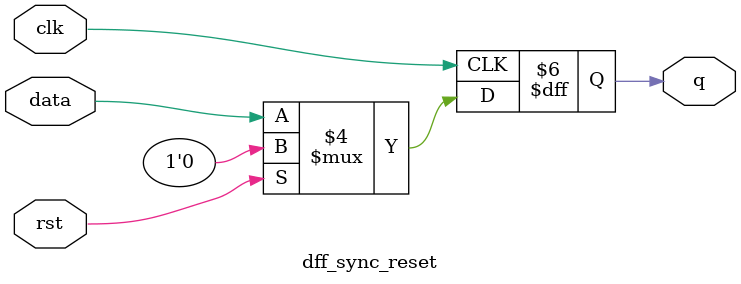
<source format=v>
module dff_sync_reset(
    input wire clk,
    input wire data,
    input wire rst,
    output reg q
);
    always @ (posedge clk) begin
        if (rst == 1)begin
            q <= 1'b0;
        end
        else begin
            q <= data;
        end
    end
endmodule

</source>
